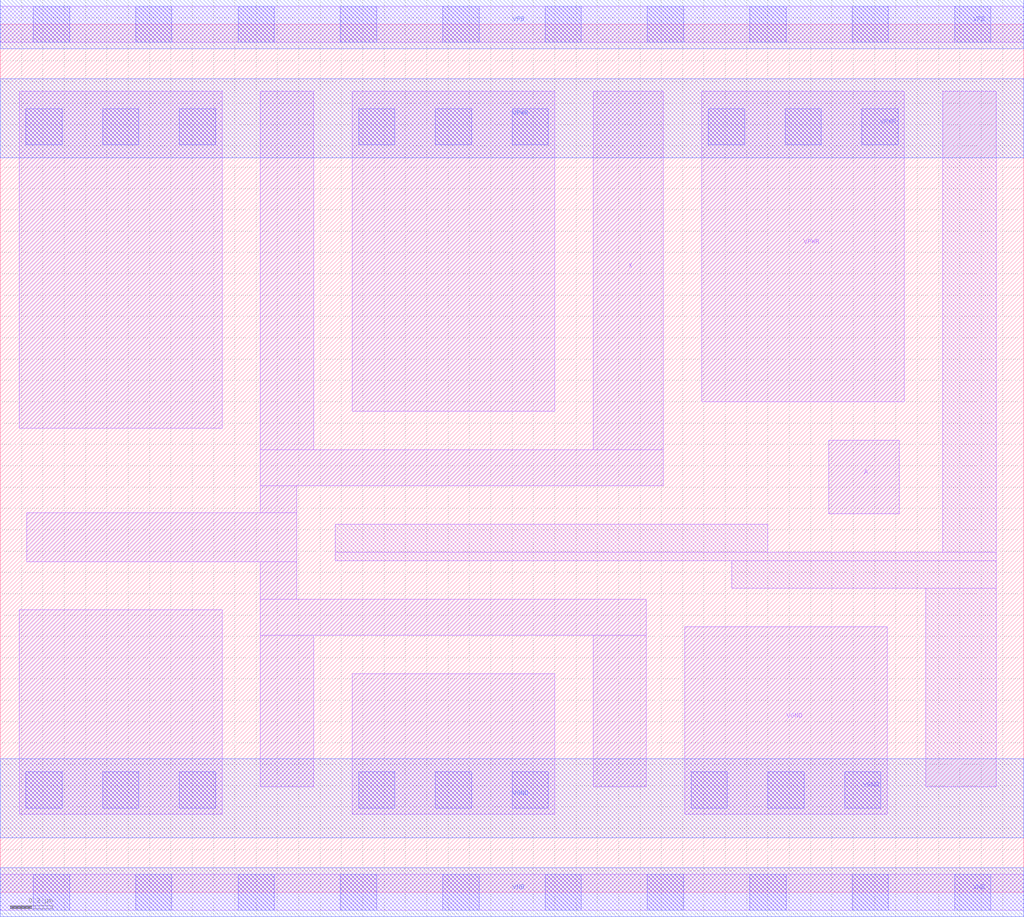
<source format=lef>
# Copyright 2020 The SkyWater PDK Authors
#
# Licensed under the Apache License, Version 2.0 (the "License");
# you may not use this file except in compliance with the License.
# You may obtain a copy of the License at
#
#     https://www.apache.org/licenses/LICENSE-2.0
#
# Unless required by applicable law or agreed to in writing, software
# distributed under the License is distributed on an "AS IS" BASIS,
# WITHOUT WARRANTIES OR CONDITIONS OF ANY KIND, either express or implied.
# See the License for the specific language governing permissions and
# limitations under the License.
#
# SPDX-License-Identifier: Apache-2.0

VERSION 5.7 ;
  NAMESCASESENSITIVE ON ;
  NOWIREEXTENSIONATPIN ON ;
  DIVIDERCHAR "/" ;
  BUSBITCHARS "[]" ;
UNITS
  DATABASE MICRONS 200 ;
END UNITS
MACRO sky130_fd_sc_hvl__buf_4
  CLASS CORE ;
  SOURCE USER ;
  FOREIGN sky130_fd_sc_hvl__buf_4 ;
  ORIGIN  0.000000  0.000000 ;
  SIZE  4.800000 BY  4.070000 ;
  SYMMETRY X Y ;
  SITE unithv ;
  PIN A
    ANTENNAGATEAREA  1.125000 ;
    DIRECTION INPUT ;
    USE SIGNAL ;
    PORT
      LAYER li1 ;
        RECT 3.885000 1.775000 4.215000 2.120000 ;
    END
  END A
  PIN X
    ANTENNADIFFAREA  1.260000 ;
    DIRECTION OUTPUT ;
    USE SIGNAL ;
    PORT
      LAYER li1 ;
        RECT 0.125000 1.550000 1.390000 1.780000 ;
        RECT 1.220000 0.495000 1.470000 1.205000 ;
        RECT 1.220000 1.205000 3.030000 1.375000 ;
        RECT 1.220000 1.375000 1.390000 1.550000 ;
        RECT 1.220000 1.780000 1.390000 1.905000 ;
        RECT 1.220000 1.905000 3.110000 2.075000 ;
        RECT 1.220000 2.075000 1.470000 3.755000 ;
        RECT 2.780000 0.495000 3.030000 1.205000 ;
        RECT 2.780000 2.075000 3.110000 3.755000 ;
    END
  END X
  PIN VGND
    DIRECTION INOUT ;
    USE GROUND ;
    PORT
      LAYER li1 ;
        RECT 0.090000 0.365000 1.040000 1.325000 ;
        RECT 1.650000 0.365000 2.600000 1.025000 ;
        RECT 3.210000 0.365000 4.160000 1.245000 ;
      LAYER mcon ;
        RECT 0.120000 0.395000 0.290000 0.565000 ;
        RECT 0.480000 0.395000 0.650000 0.565000 ;
        RECT 0.840000 0.395000 1.010000 0.565000 ;
        RECT 1.680000 0.395000 1.850000 0.565000 ;
        RECT 2.040000 0.395000 2.210000 0.565000 ;
        RECT 2.400000 0.395000 2.570000 0.565000 ;
        RECT 3.240000 0.395000 3.410000 0.565000 ;
        RECT 3.600000 0.395000 3.770000 0.565000 ;
        RECT 3.960000 0.395000 4.130000 0.565000 ;
      LAYER met1 ;
        RECT 0.000000 0.255000 4.800000 0.625000 ;
    END
  END VGND
  PIN VNB
    DIRECTION INOUT ;
    USE GROUND ;
    PORT
      LAYER li1 ;
        RECT 0.000000 -0.085000 4.800000 0.085000 ;
      LAYER mcon ;
        RECT 0.155000 -0.085000 0.325000 0.085000 ;
        RECT 0.635000 -0.085000 0.805000 0.085000 ;
        RECT 1.115000 -0.085000 1.285000 0.085000 ;
        RECT 1.595000 -0.085000 1.765000 0.085000 ;
        RECT 2.075000 -0.085000 2.245000 0.085000 ;
        RECT 2.555000 -0.085000 2.725000 0.085000 ;
        RECT 3.035000 -0.085000 3.205000 0.085000 ;
        RECT 3.515000 -0.085000 3.685000 0.085000 ;
        RECT 3.995000 -0.085000 4.165000 0.085000 ;
        RECT 4.475000 -0.085000 4.645000 0.085000 ;
      LAYER met1 ;
        RECT 0.000000 -0.115000 4.800000 0.115000 ;
    END
  END VNB
  PIN VPB
    DIRECTION INOUT ;
    USE POWER ;
    PORT
      LAYER li1 ;
        RECT 0.000000 3.985000 4.800000 4.155000 ;
      LAYER mcon ;
        RECT 0.155000 3.985000 0.325000 4.155000 ;
        RECT 0.635000 3.985000 0.805000 4.155000 ;
        RECT 1.115000 3.985000 1.285000 4.155000 ;
        RECT 1.595000 3.985000 1.765000 4.155000 ;
        RECT 2.075000 3.985000 2.245000 4.155000 ;
        RECT 2.555000 3.985000 2.725000 4.155000 ;
        RECT 3.035000 3.985000 3.205000 4.155000 ;
        RECT 3.515000 3.985000 3.685000 4.155000 ;
        RECT 3.995000 3.985000 4.165000 4.155000 ;
        RECT 4.475000 3.985000 4.645000 4.155000 ;
      LAYER met1 ;
        RECT 0.000000 3.955000 4.800000 4.185000 ;
    END
  END VPB
  PIN VPWR
    DIRECTION INOUT ;
    USE POWER ;
    PORT
      LAYER li1 ;
        RECT 0.090000 2.175000 1.040000 3.755000 ;
        RECT 1.650000 2.255000 2.600000 3.755000 ;
        RECT 3.290000 2.300000 4.240000 3.755000 ;
      LAYER mcon ;
        RECT 0.120000 3.505000 0.290000 3.675000 ;
        RECT 0.480000 3.505000 0.650000 3.675000 ;
        RECT 0.840000 3.505000 1.010000 3.675000 ;
        RECT 1.680000 3.505000 1.850000 3.675000 ;
        RECT 2.040000 3.505000 2.210000 3.675000 ;
        RECT 2.400000 3.505000 2.570000 3.675000 ;
        RECT 3.320000 3.505000 3.490000 3.675000 ;
        RECT 3.680000 3.505000 3.850000 3.675000 ;
        RECT 4.040000 3.505000 4.210000 3.675000 ;
      LAYER met1 ;
        RECT 0.000000 3.445000 4.800000 3.815000 ;
    END
  END VPWR
  OBS
    LAYER li1 ;
      RECT 1.570000 1.555000 4.670000 1.595000 ;
      RECT 1.570000 1.595000 3.600000 1.725000 ;
      RECT 3.430000 1.425000 4.670000 1.555000 ;
      RECT 4.340000 0.495000 4.670000 1.425000 ;
      RECT 4.420000 1.595000 4.670000 3.755000 ;
  END
END sky130_fd_sc_hvl__buf_4

</source>
